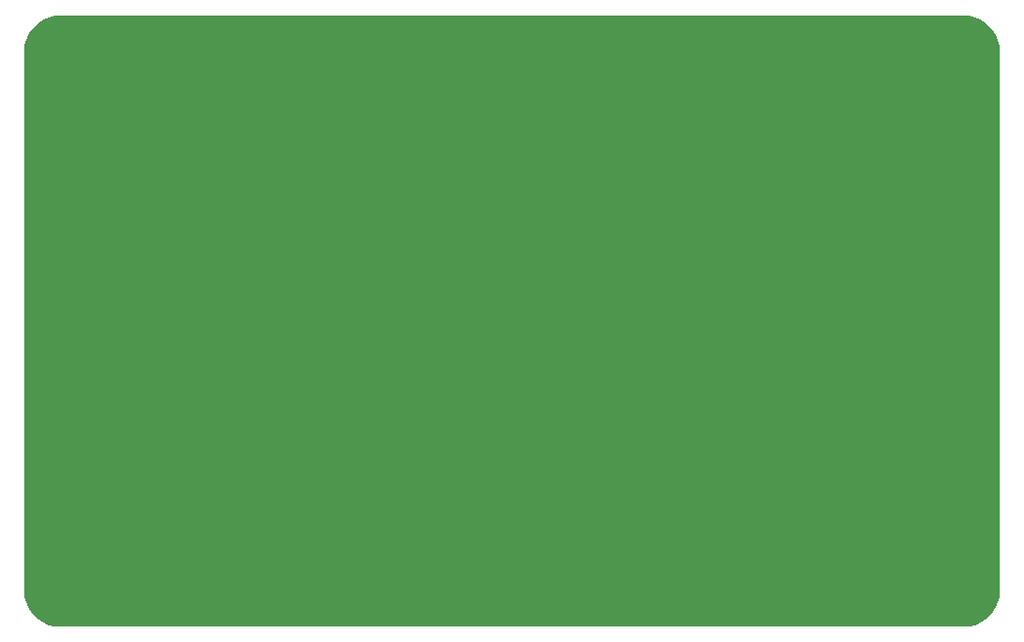
<source format=gbl>
G04*
G04 #@! TF.GenerationSoftware,Altium Limited,Altium Designer,23.8.1 (32)*
G04*
G04 Layer_Physical_Order=2*
G04 Layer_Color=16711680*
%FSLAX25Y25*%
%MOIN*%
G70*
G04*
G04 #@! TF.SameCoordinates,CE9800D7-1F77-4EEC-8F02-302C35C224A9*
G04*
G04*
G04 #@! TF.FilePolarity,Positive*
G04*
G01*
G75*
G36*
X325243Y210838D02*
X327096Y210393D01*
X328857Y209664D01*
X330482Y208668D01*
X331931Y207431D01*
X333168Y205981D01*
X334164Y204357D01*
X334893Y202596D01*
X335338Y200743D01*
X335483Y198904D01*
X335471Y198843D01*
Y13657D01*
X335483Y13596D01*
X335338Y11757D01*
X334893Y9904D01*
X334164Y8144D01*
X333168Y6519D01*
X331931Y5070D01*
X330482Y3832D01*
X328857Y2836D01*
X327096Y2107D01*
X325243Y1662D01*
X323404Y1517D01*
X323343Y1529D01*
X13657D01*
X13596Y1517D01*
X11757Y1662D01*
X9904Y2107D01*
X8144Y2836D01*
X6519Y3832D01*
X5070Y5070D01*
X3832Y6519D01*
X2836Y8144D01*
X2107Y9904D01*
X1662Y11757D01*
X1517Y13596D01*
X1529Y13657D01*
X1529Y198344D01*
X1529Y198843D01*
X1551Y199334D01*
X1662Y200743D01*
X2107Y202596D01*
X2836Y204357D01*
X3832Y205981D01*
X5070Y207431D01*
X6519Y208668D01*
X8144Y209664D01*
X9904Y210393D01*
X11757Y210838D01*
X13596Y210983D01*
X13657Y210971D01*
X323343D01*
X323404Y210983D01*
X325243Y210838D01*
D02*
G37*
M02*

</source>
